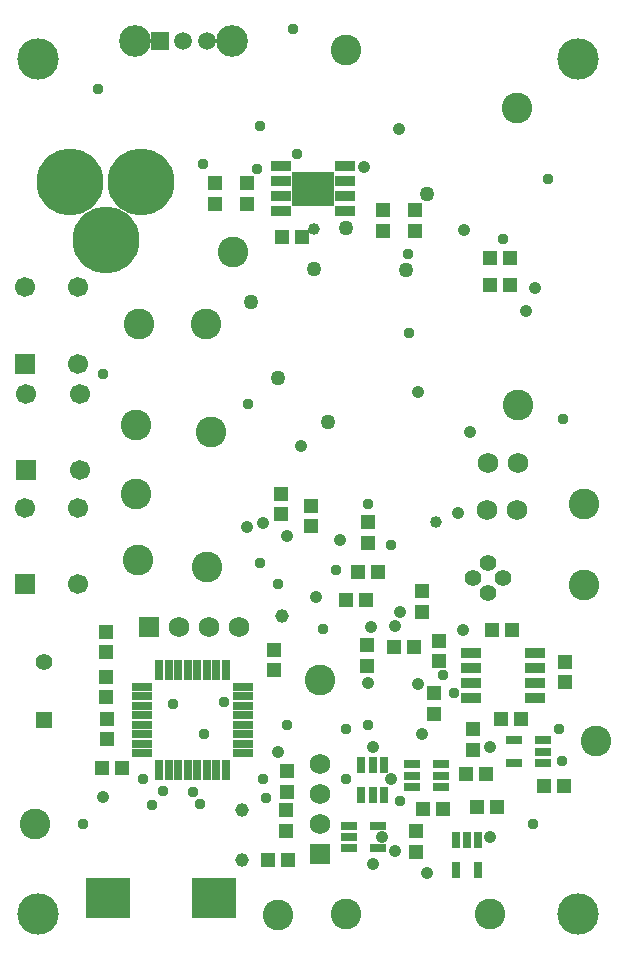
<source format=gbs>
G75*
%MOIN*%
%OFA0B0*%
%FSLAX25Y25*%
%IPPOS*%
%LPD*%
%AMOC8*
5,1,8,0,0,1.08239X$1,22.5*
%
%ADD10R,0.05131X0.04737*%
%ADD11R,0.04737X0.05131*%
%ADD12R,0.06808X0.03359*%
%ADD13R,0.05524X0.03162*%
%ADD14R,0.05950X0.05950*%
%ADD15C,0.05950*%
%ADD16C,0.10603*%
%ADD17R,0.03162X0.05524*%
%ADD18R,0.06804X0.03359*%
%ADD19R,0.14186X0.11469*%
%ADD20R,0.06824X0.06824*%
%ADD21C,0.06824*%
%ADD22C,0.06800*%
%ADD23R,0.14776X0.13398*%
%ADD24C,0.06698*%
%ADD25R,0.06698X0.06698*%
%ADD26C,0.05556*%
%ADD27R,0.06553X0.02772*%
%ADD28R,0.02772X0.06553*%
%ADD29C,0.22296*%
%ADD30C,0.10249*%
%ADD31R,0.05544X0.05544*%
%ADD32C,0.05544*%
%ADD33C,0.13800*%
%ADD34C,0.03778*%
%ADD35C,0.04959*%
%ADD36C,0.04172*%
%ADD37C,0.04565*%
%ADD38C,0.03975*%
D10*
X0058954Y0069800D03*
X0065646Y0069800D03*
X0120800Y0068646D03*
X0120800Y0061954D03*
X0120300Y0055646D03*
X0120300Y0048954D03*
X0147300Y0103954D03*
X0147300Y0110646D03*
X0156454Y0110300D03*
X0163146Y0110300D03*
X0169800Y0094646D03*
X0169800Y0087954D03*
X0147146Y0125800D03*
X0140454Y0125800D03*
X0144454Y0135300D03*
X0151146Y0135300D03*
X0147800Y0144954D03*
X0147800Y0151646D03*
X0128800Y0150454D03*
X0128800Y0157146D03*
X0118800Y0154454D03*
X0118800Y0161146D03*
X0118954Y0246800D03*
X0125646Y0246800D03*
X0107300Y0257954D03*
X0107300Y0264646D03*
X0096800Y0264646D03*
X0096800Y0257954D03*
X0206454Y0063800D03*
X0213146Y0063800D03*
D11*
X0198646Y0086300D03*
X0191954Y0086300D03*
X0182800Y0082646D03*
X0182800Y0075954D03*
X0180454Y0067800D03*
X0187146Y0067800D03*
X0184159Y0056752D03*
X0190852Y0056752D03*
X0172646Y0056300D03*
X0165954Y0056300D03*
X0163800Y0048646D03*
X0163800Y0041954D03*
X0121146Y0039300D03*
X0114454Y0039300D03*
X0116300Y0102454D03*
X0116300Y0109146D03*
X0165800Y0121954D03*
X0165800Y0128646D03*
X0171300Y0112146D03*
X0171300Y0105454D03*
X0188954Y0115800D03*
X0195646Y0115800D03*
X0213300Y0105146D03*
X0213300Y0098454D03*
X0195146Y0230800D03*
X0188454Y0230800D03*
X0188454Y0239800D03*
X0195146Y0239800D03*
X0163300Y0248954D03*
X0163300Y0255646D03*
X0152800Y0255646D03*
X0152800Y0248954D03*
X0060300Y0115146D03*
X0060300Y0108454D03*
X0060300Y0100146D03*
X0060300Y0093454D03*
X0060800Y0086146D03*
X0060800Y0079454D03*
D12*
X0182123Y0093300D03*
X0182123Y0098300D03*
X0182123Y0103300D03*
X0182123Y0108300D03*
X0203477Y0108300D03*
X0203477Y0103300D03*
X0203477Y0098300D03*
X0203477Y0093300D03*
D13*
X0206221Y0079040D03*
X0206221Y0075300D03*
X0206221Y0071560D03*
X0196379Y0071560D03*
X0196379Y0079040D03*
X0172221Y0071040D03*
X0172221Y0067300D03*
X0172221Y0063560D03*
X0162379Y0063560D03*
X0162379Y0067300D03*
X0162379Y0071040D03*
X0151221Y0050540D03*
X0151221Y0043060D03*
X0141379Y0043060D03*
X0141379Y0046800D03*
X0141379Y0050540D03*
D14*
X0078300Y0312300D03*
D15*
X0086174Y0312300D03*
X0094048Y0312300D03*
D16*
X0102316Y0312300D03*
X0070032Y0312300D03*
D17*
X0145560Y0070721D03*
X0149300Y0070721D03*
X0153040Y0070721D03*
X0153040Y0060879D03*
X0149300Y0060879D03*
X0145560Y0060879D03*
X0177060Y0045721D03*
X0180800Y0045721D03*
X0184540Y0045721D03*
X0184540Y0035879D03*
X0177060Y0035879D03*
D18*
X0140263Y0255344D03*
X0140263Y0260344D03*
X0140263Y0265344D03*
X0140263Y0270344D03*
X0118909Y0270344D03*
X0118909Y0265344D03*
X0118909Y0260344D03*
X0118909Y0255344D03*
D19*
X0129586Y0262844D03*
D20*
X0074860Y0116851D03*
X0131800Y0041300D03*
D21*
X0131800Y0051300D03*
X0131800Y0061300D03*
X0131800Y0071300D03*
X0104860Y0116851D03*
X0094860Y0116851D03*
X0084860Y0116851D03*
D22*
X0187300Y0155800D03*
X0197300Y0155800D03*
X0197846Y0171582D03*
X0187846Y0171582D03*
D23*
X0096596Y0026618D03*
X0061163Y0026618D03*
D24*
X0051158Y0131005D03*
X0051158Y0156595D03*
X0051658Y0169005D03*
X0033442Y0156595D03*
X0033942Y0194595D03*
X0051658Y0194595D03*
X0051158Y0204505D03*
X0051158Y0230095D03*
X0033442Y0230095D03*
D25*
X0033442Y0204505D03*
X0033942Y0169005D03*
X0033442Y0131005D03*
D26*
X0182800Y0133300D03*
X0187800Y0128300D03*
X0192800Y0133300D03*
X0187800Y0138300D03*
D27*
X0106032Y0096824D03*
X0106032Y0093674D03*
X0106032Y0090524D03*
X0106032Y0087375D03*
X0106032Y0084225D03*
X0106032Y0081076D03*
X0106032Y0077926D03*
X0106032Y0074776D03*
X0072568Y0074776D03*
X0072568Y0077926D03*
X0072568Y0081076D03*
X0072568Y0084225D03*
X0072568Y0087375D03*
X0072568Y0090524D03*
X0072568Y0093674D03*
X0072568Y0096824D03*
D28*
X0078276Y0102532D03*
X0081426Y0102532D03*
X0084576Y0102532D03*
X0087725Y0102532D03*
X0090875Y0102532D03*
X0094024Y0102532D03*
X0097174Y0102532D03*
X0100324Y0102532D03*
X0100324Y0069068D03*
X0097174Y0069068D03*
X0094024Y0069068D03*
X0090875Y0069068D03*
X0087725Y0069068D03*
X0084576Y0069068D03*
X0081426Y0069068D03*
X0078276Y0069068D03*
D29*
X0060461Y0245883D03*
X0072076Y0265174D03*
X0048454Y0265174D03*
D30*
X0071300Y0217800D03*
X0093800Y0217800D03*
X0102800Y0241800D03*
X0070515Y0183970D03*
X0070607Y0161115D03*
X0071248Y0139296D03*
X0094119Y0136951D03*
X0095300Y0181800D03*
X0131800Y0099300D03*
X0140300Y0021300D03*
X0117800Y0020800D03*
X0188300Y0021300D03*
X0223926Y0078725D03*
X0219800Y0130800D03*
X0219800Y0157800D03*
X0197800Y0190793D03*
X0197300Y0289800D03*
X0140300Y0309300D03*
X0036800Y0051300D03*
D31*
X0039800Y0085800D03*
D32*
X0039800Y0105013D03*
D33*
X0037800Y0021300D03*
X0217800Y0021300D03*
X0217800Y0306300D03*
X0037800Y0306300D03*
D34*
X0057800Y0296300D03*
X0092800Y0271300D03*
X0110881Y0269636D03*
X0124042Y0274521D03*
X0111800Y0283800D03*
X0122800Y0316300D03*
X0161113Y0241290D03*
X0161300Y0214800D03*
X0192800Y0246300D03*
X0207800Y0266300D03*
X0212800Y0186300D03*
X0155300Y0144300D03*
X0147800Y0157800D03*
X0137020Y0135865D03*
X0132800Y0116300D03*
X0117800Y0131300D03*
X0111800Y0138300D03*
X0099800Y0091800D03*
X0092984Y0081141D03*
X0082696Y0091193D03*
X0072800Y0066300D03*
X0079300Y0062300D03*
X0075680Y0057557D03*
X0089589Y0061838D03*
X0091679Y0057774D03*
X0113800Y0059800D03*
X0112800Y0066300D03*
X0120800Y0084300D03*
X0140300Y0082800D03*
X0147853Y0084081D03*
X0140300Y0066300D03*
X0158300Y0058800D03*
X0176300Y0094800D03*
X0172835Y0100660D03*
X0211300Y0082800D03*
X0212300Y0072300D03*
X0202800Y0051300D03*
X0107800Y0191300D03*
X0059300Y0201300D03*
X0052800Y0051300D03*
D35*
X0134300Y0185300D03*
X0117800Y0199800D03*
X0108800Y0225300D03*
X0129736Y0236281D03*
X0140300Y0249800D03*
X0160300Y0235800D03*
X0167300Y0261300D03*
D36*
X0179844Y0249161D03*
X0200300Y0222300D03*
X0203300Y0229800D03*
X0164300Y0195300D03*
X0181931Y0181954D03*
X0177800Y0154800D03*
X0158300Y0121800D03*
X0156800Y0117300D03*
X0148800Y0116800D03*
X0147800Y0098300D03*
X0164300Y0097800D03*
X0165800Y0081300D03*
X0155300Y0066300D03*
X0149300Y0076800D03*
X0152300Y0046800D03*
X0156800Y0042300D03*
X0149300Y0037800D03*
X0167300Y0034800D03*
X0188300Y0046800D03*
X0188300Y0076800D03*
X0179300Y0115800D03*
X0138395Y0145782D03*
X0130300Y0126800D03*
X0120800Y0147300D03*
X0112800Y0151454D03*
X0107300Y0150300D03*
X0125300Y0177300D03*
X0146300Y0270300D03*
X0157952Y0282962D03*
X0117800Y0075300D03*
X0059300Y0060300D03*
D37*
X0105800Y0055800D03*
X0105800Y0039300D03*
X0118973Y0120414D03*
D38*
X0170300Y0151800D03*
X0129858Y0249623D03*
M02*

</source>
